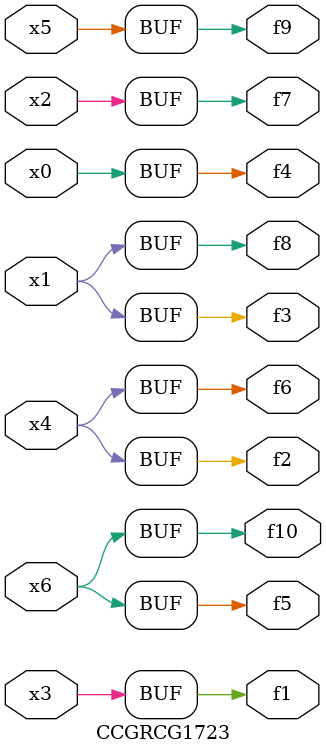
<source format=v>
module CCGRCG1723(
	input x0, x1, x2, x3, x4, x5, x6,
	output f1, f2, f3, f4, f5, f6, f7, f8, f9, f10
);
	assign f1 = x3;
	assign f2 = x4;
	assign f3 = x1;
	assign f4 = x0;
	assign f5 = x6;
	assign f6 = x4;
	assign f7 = x2;
	assign f8 = x1;
	assign f9 = x5;
	assign f10 = x6;
endmodule

</source>
